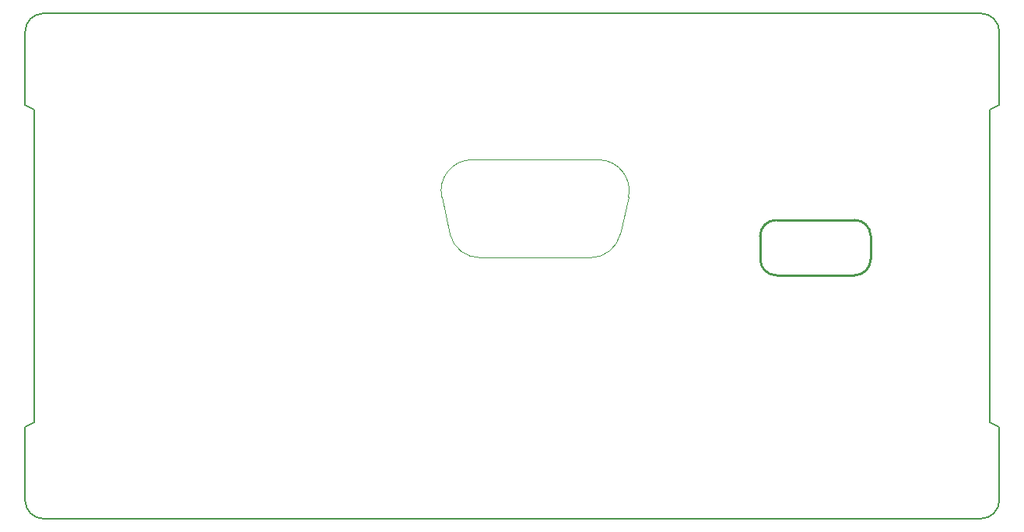
<source format=gm1>
G04 #@! TF.GenerationSoftware,KiCad,Pcbnew,6.0.2+dfsg-1*
G04 #@! TF.CreationDate,2023-08-11T11:48:17-04:00*
G04 #@! TF.ProjectId,HL2IO_endcap,484c3249-4f5f-4656-9e64-6361702e6b69,2.1*
G04 #@! TF.SameCoordinates,PX2faf080PY6422c40*
G04 #@! TF.FileFunction,Profile,NP*
%FSLAX46Y46*%
G04 Gerber Fmt 4.6, Leading zero omitted, Abs format (unit mm)*
G04 Created by KiCad (PCBNEW 6.0.2+dfsg-1) date 2023-08-11 11:48:17*
%MOMM*%
%LPD*%
G01*
G04 APERTURE LIST*
G04 #@! TA.AperFunction,Profile*
%ADD10C,0.150000*%
G04 #@! TD*
G04 #@! TA.AperFunction,Profile*
%ADD11C,0.250000*%
G04 #@! TD*
G04 #@! TA.AperFunction,Profile*
%ADD12C,0.100000*%
G04 #@! TD*
G04 APERTURE END LIST*
D10*
X104000000Y0D02*
X2000000Y0D01*
X106000000Y45000000D02*
X105000000Y44500000D01*
X1000000Y10500000D02*
X1000000Y44500000D01*
X105000000Y44500000D02*
X105000000Y10500000D01*
X2000000Y55000000D02*
X104000000Y55000000D01*
X105000000Y10500000D02*
X106000000Y10000000D01*
X0Y10000000D02*
X1000000Y10500000D01*
X0Y2000000D02*
X0Y10000000D01*
X2000000Y55000000D02*
G75*
G03*
X0Y53000000I-1J-1999999D01*
G01*
X106000000Y10000000D02*
X106000000Y2000000D01*
X0Y2000000D02*
G75*
G03*
X2000000Y0I1999999J-1D01*
G01*
X106000000Y53000000D02*
G75*
G03*
X104000000Y55000000I-1999999J1D01*
G01*
X104000000Y0D02*
G75*
G03*
X106000000Y2000000I1J1999999D01*
G01*
X106000000Y53000000D02*
X106000000Y45000000D01*
X0Y45000000D02*
X0Y53000000D01*
X1000000Y44500000D02*
X0Y45000000D01*
D11*
X90262563Y32512563D02*
X81737437Y32512563D01*
X79987437Y28237437D02*
X79987437Y30762563D01*
X90262563Y26487437D02*
X81737437Y26487437D01*
X92012563Y30762563D02*
X92012563Y28237437D01*
X90262563Y26487437D02*
G75*
G03*
X92012563Y28237437I-3J1750003D01*
G01*
X79987437Y28237437D02*
G75*
G03*
X81737437Y26487437I1750000J0D01*
G01*
X92012563Y30762563D02*
G75*
G03*
X90262563Y32512563I-1750003J-3D01*
G01*
X81737437Y32512563D02*
G75*
G03*
X79987437Y30762563I0J-1750000D01*
G01*
D12*
X62385000Y39065000D02*
X48615000Y39065000D01*
X61505000Y28405000D02*
X49495000Y28405000D01*
X45350000Y35005000D02*
X46230000Y30985000D01*
X65650000Y35005000D02*
X64770000Y30985000D01*
X61489200Y28400468D02*
G75*
G03*
X64770000Y30985000I15799J3354532D01*
G01*
X46230000Y30985000D02*
G75*
G03*
X49510800Y28400469I3264999J769998D01*
G01*
X65649140Y34961414D02*
G75*
G03*
X62385000Y39065000I-3264141J753585D01*
G01*
X48615000Y39064999D02*
G75*
G03*
X45350860Y34961414I-1J-3349999D01*
G01*
M02*

</source>
